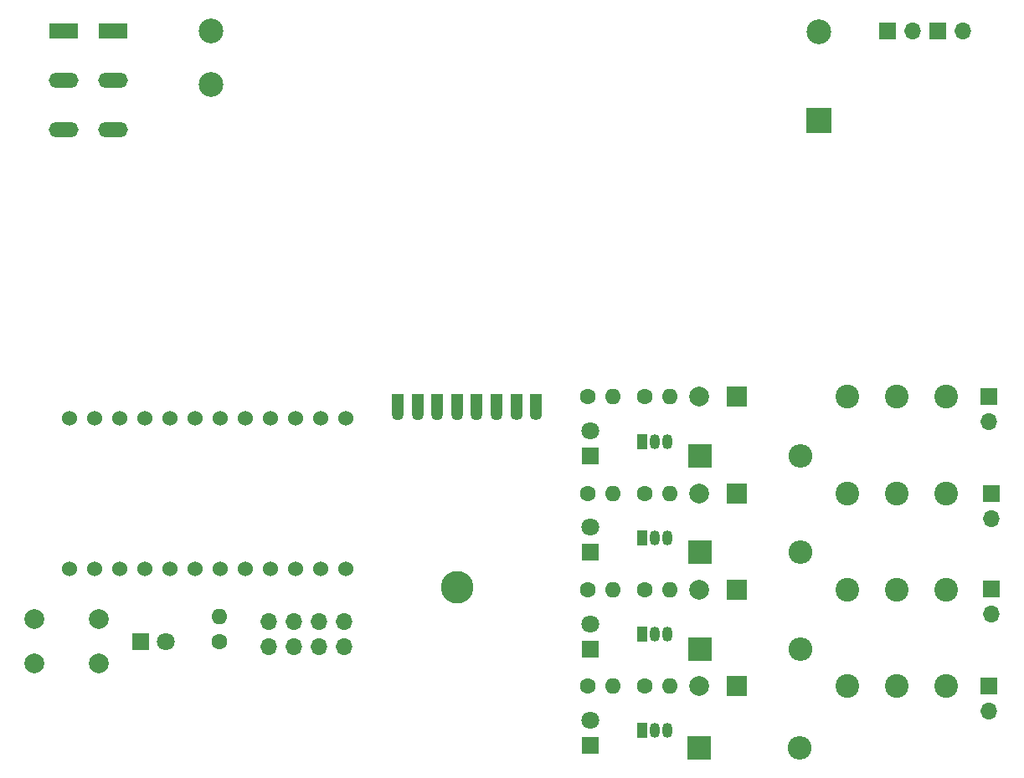
<source format=gbr>
%TF.GenerationSoftware,KiCad,Pcbnew,(5.1.9)-1*%
%TF.CreationDate,2021-02-20T10:07:39+01:00*%
%TF.ProjectId,HB-Uni-SenDose-4,48422d55-6e69-42d5-9365-6e446f73652d,rev?*%
%TF.SameCoordinates,Original*%
%TF.FileFunction,Soldermask,Top*%
%TF.FilePolarity,Negative*%
%FSLAX46Y46*%
G04 Gerber Fmt 4.6, Leading zero omitted, Abs format (unit mm)*
G04 Created by KiCad (PCBNEW (5.1.9)-1) date 2021-02-20 10:07:39*
%MOMM*%
%LPD*%
G01*
G04 APERTURE LIST*
%ADD10O,3.000000X1.500000*%
%ADD11R,3.000000X1.500000*%
%ADD12C,2.500000*%
%ADD13R,2.500000X2.500000*%
%ADD14O,1.270000X1.270000*%
%ADD15C,1.270000*%
%ADD16C,3.300000*%
%ADD17R,1.200000X2.000000*%
%ADD18C,1.524000*%
%ADD19C,2.000000*%
%ADD20O,1.600000X1.600000*%
%ADD21C,1.600000*%
%ADD22R,1.050000X1.500000*%
%ADD23O,1.050000X1.500000*%
%ADD24R,2.000000X2.000000*%
%ADD25C,2.400000*%
%ADD26O,1.700000X1.700000*%
%ADD27R,1.700000X1.700000*%
%ADD28O,2.400000X2.400000*%
%ADD29R,2.400000X2.400000*%
%ADD30C,1.800000*%
%ADD31R,1.800000X1.800000*%
G04 APERTURE END LIST*
D10*
%TO.C,WAGO 236-403*%
X87250000Y-64000000D03*
X92250000Y-64000000D03*
X87250000Y-59000000D03*
X92250000Y-59000000D03*
D11*
X87250000Y-54000000D03*
X92250000Y-54000000D03*
%TD*%
D12*
%TO.C,IRM-30-12*%
X102100000Y-53950000D03*
D13*
X163600000Y-63050000D03*
D12*
X102100000Y-59350000D03*
X163600000Y-54050000D03*
%TD*%
D14*
%TO.C,U2*%
X135000000Y-92750000D03*
X133000000Y-92750000D03*
D15*
X131000000Y-92750000D03*
X129000000Y-92750000D03*
X127000000Y-92750000D03*
X125000000Y-92750000D03*
X123000000Y-92750000D03*
X121000000Y-92750000D03*
D16*
X126984000Y-110276000D03*
D17*
X135000000Y-91750000D03*
X133000000Y-91750000D03*
X131000000Y-91750000D03*
X129000000Y-91750000D03*
X127000000Y-91750000D03*
X125000000Y-91750000D03*
X123000000Y-91750000D03*
X121000000Y-91750000D03*
%TD*%
D18*
%TO.C,U1*%
X87800000Y-108370000D03*
X90340000Y-108370000D03*
X92880000Y-108370000D03*
X95420000Y-108370000D03*
X97960000Y-108370000D03*
X100500000Y-108370000D03*
X103040000Y-108370000D03*
X105580000Y-108370000D03*
X108120000Y-108370000D03*
X110660000Y-108370000D03*
X113200000Y-108370000D03*
X115740000Y-108370000D03*
X115740000Y-93130000D03*
X113200000Y-93130000D03*
X110660000Y-93130000D03*
X108120000Y-93130000D03*
X105580000Y-93130000D03*
X103040000Y-93130000D03*
X100500000Y-93130000D03*
X97960000Y-93130000D03*
X95420000Y-93130000D03*
X92880000Y-93130000D03*
X90340000Y-93130000D03*
X87800000Y-93130000D03*
%TD*%
D19*
%TO.C,SW1*%
X90750000Y-113500000D03*
X90750000Y-118000000D03*
X84250000Y-113500000D03*
X84250000Y-118000000D03*
%TD*%
D20*
%TO.C,R9*%
X103000000Y-113210000D03*
D21*
X103000000Y-115750000D03*
%TD*%
D20*
%TO.C,R8*%
X148540000Y-91000000D03*
D21*
X146000000Y-91000000D03*
%TD*%
D20*
%TO.C,R7*%
X142750000Y-91000000D03*
D21*
X140210000Y-91000000D03*
%TD*%
D20*
%TO.C,R6*%
X148540000Y-100750000D03*
D21*
X146000000Y-100750000D03*
%TD*%
D20*
%TO.C,R5*%
X142790000Y-100750000D03*
D21*
X140250000Y-100750000D03*
%TD*%
D20*
%TO.C,R4*%
X148540000Y-110500000D03*
D21*
X146000000Y-110500000D03*
%TD*%
D20*
%TO.C,R3*%
X142790000Y-110500000D03*
D21*
X140250000Y-110500000D03*
%TD*%
D20*
%TO.C,R2*%
X148500000Y-120250000D03*
D21*
X145960000Y-120250000D03*
%TD*%
D20*
%TO.C,R1*%
X142790000Y-120250000D03*
D21*
X140250000Y-120250000D03*
%TD*%
D22*
%TO.C,Q4*%
X145750000Y-95500000D03*
D23*
X148290000Y-95500000D03*
X147020000Y-95500000D03*
%TD*%
D22*
%TO.C,Q3*%
X145750000Y-105250000D03*
D23*
X148290000Y-105250000D03*
X147020000Y-105250000D03*
%TD*%
D22*
%TO.C,Q2*%
X145750000Y-115000000D03*
D23*
X148290000Y-115000000D03*
X147020000Y-115000000D03*
%TD*%
D22*
%TO.C,Q1*%
X145750000Y-124750000D03*
D23*
X148290000Y-124750000D03*
X147020000Y-124750000D03*
%TD*%
D19*
%TO.C,K4*%
X151500000Y-91000000D03*
D24*
X155250000Y-91000000D03*
D25*
X166500000Y-91000000D03*
X171500000Y-91000000D03*
X176500000Y-91000000D03*
%TD*%
D19*
%TO.C,K3*%
X151500000Y-100750000D03*
D24*
X155250000Y-100750000D03*
D25*
X166500000Y-100750000D03*
X171500000Y-100750000D03*
X176500000Y-100750000D03*
%TD*%
D19*
%TO.C,K2*%
X151500000Y-110500000D03*
D24*
X155250000Y-110500000D03*
D25*
X166500000Y-110500000D03*
X171500000Y-110500000D03*
X176500000Y-110500000D03*
%TD*%
D19*
%TO.C,K1*%
X151500000Y-120250000D03*
D24*
X155250000Y-120250000D03*
D25*
X166500000Y-120250000D03*
X171500000Y-120250000D03*
X176500000Y-120250000D03*
%TD*%
D26*
%TO.C,J6*%
X115620000Y-116290000D03*
X115620000Y-113750000D03*
X113080000Y-116290000D03*
X113080000Y-113750000D03*
X110540000Y-116290000D03*
X110540000Y-113750000D03*
X108000000Y-116290000D03*
X108000000Y-113750000D03*
%TD*%
%TO.C,Pump4*%
X180750000Y-93540000D03*
D27*
X180750000Y-91000000D03*
%TD*%
D26*
%TO.C,Pump3*%
X181000000Y-103290000D03*
D27*
X181000000Y-100750000D03*
%TD*%
D26*
%TO.C,Pump2*%
X181000000Y-113000000D03*
D27*
X181000000Y-110460000D03*
%TD*%
D26*
%TO.C,Pump1*%
X180750000Y-122790000D03*
D27*
X180750000Y-120250000D03*
%TD*%
D26*
%TO.C,J1*%
X178120000Y-54000000D03*
D27*
X175580000Y-54000000D03*
D26*
X173040000Y-54000000D03*
D27*
X170500000Y-54000000D03*
%TD*%
D28*
%TO.C,D9*%
X161750000Y-97000000D03*
D29*
X151590000Y-97000000D03*
%TD*%
D28*
%TO.C,D8*%
X161750000Y-106750000D03*
D29*
X151590000Y-106750000D03*
%TD*%
D28*
%TO.C,D7*%
X161750000Y-116500000D03*
D29*
X151590000Y-116500000D03*
%TD*%
D28*
%TO.C,D6*%
X161660000Y-126500000D03*
D29*
X151500000Y-126500000D03*
%TD*%
D30*
%TO.C,D5*%
X97540000Y-115750000D03*
D31*
X95000000Y-115750000D03*
%TD*%
D30*
%TO.C,D4*%
X140500000Y-94460000D03*
D31*
X140500000Y-97000000D03*
%TD*%
D30*
%TO.C,D3*%
X140500000Y-104210000D03*
D31*
X140500000Y-106750000D03*
%TD*%
D30*
%TO.C,D2*%
X140500000Y-113960000D03*
D31*
X140500000Y-116500000D03*
%TD*%
D30*
%TO.C,D1*%
X140500000Y-123710000D03*
D31*
X140500000Y-126250000D03*
%TD*%
M02*

</source>
